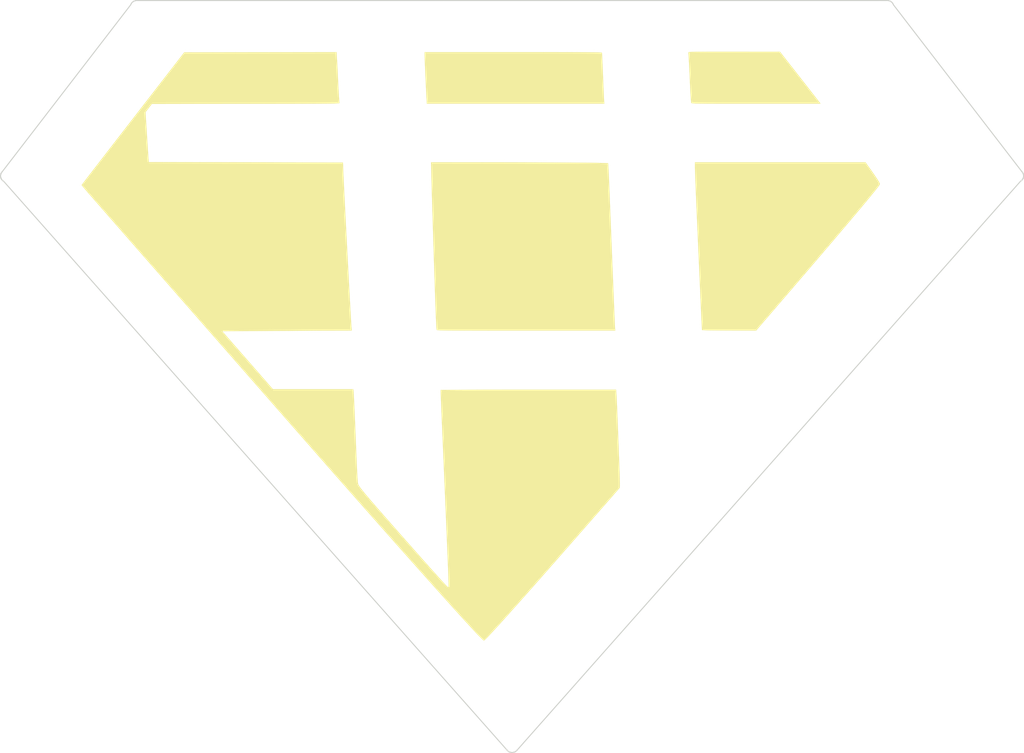
<source format=kicad_pcb>

(kicad_pcb (version 4) (host pcbnew 4.0.7)

	(general
		(links 0)
		(no_connects 0)
		(area 77.052499 41.877835 92.193313 53.630501)
		(thickness 1.6)
		(drawings 8)
		(tracks 0)
		(zones 0)
		(modules 1)
		(nets 1)
	)

	(page A4)
	(layers
		(0 F.Cu signal)
		(31 B.Cu signal)
		(32 B.Adhes user)
		(33 F.Adhes user)
		(34 B.Paste user)
		(35 F.Paste user)
		(36 B.SilkS user)
		(37 F.SilkS user)
		(38 B.Mask user)
		(39 F.Mask user)
		(40 Dwgs.User user)
		(41 Cmts.User user)
		(42 Eco1.User user)
		(43 Eco2.User user)
		(44 Edge.Cuts user)
		(45 Margin user)
		(46 B.CrtYd user)
		(47 F.CrtYd user)
		(48 B.Fab user)
		(49 F.Fab user)
	)

	(setup
		(last_trace_width 0.25)
		(trace_clearance 0.2)
		(zone_clearance 0.508)
		(zone_45_only no)
		(trace_min 0.2)
		(segment_width 0.2)
		(edge_width 0.15)
		(via_size 0.6)
		(via_drill 0.4)
		(via_min_size 0.4)
		(via_min_drill 0.3)
		(uvia_size 0.3)
		(uvia_drill 0.1)
		(uvias_allowed no)
		(uvia_min_size 0.2)
		(uvia_min_drill 0.1)
		(pcb_text_width 0.3)
		(pcb_text_size 1.5 1.5)
		(mod_edge_width 0.15)
		(mod_text_size 1 1)
		(mod_text_width 0.15)
		(pad_size 1.524 1.524)
		(pad_drill 0.762)
		(pad_to_mask_clearance 0.2)
		(aux_axis_origin 0 0)
		(visible_elements FFFFFF7F)
		(pcbplotparams
			(layerselection 0x010f0_80000001)
			(usegerberextensions false)
			(excludeedgelayer true)
			(linewidth 0.100000)
			(plotframeref false)
			(viasonmask false)
			(mode 1)
			(useauxorigin false)
			(hpglpennumber 1)
			(hpglpenspeed 20)
			(hpglpendiameter 15)
			(hpglpenoverlay 2)
			(psnegative false)
			(psa4output false)
			(plotreference true)
			(plotvalue true)
			(plotinvisibletext false)
			(padsonsilk false)
			(subtractmaskfromsilk false)
			(outputformat 1)
			(mirror false)
			(drillshape 1)
			(scaleselection 1)
			(outputdirectory gerbers/))
	)

	(net 0 "")

	(net_class Default "This is the default net class."
		(clearance 0.2)
		(trace_width 0.25)
		(via_dia 0.6)
		(via_drill 0.4)
		(uvia_dia 0.3)
		(uvia_drill 0.1)
	)
(module LOGO (layer F.Cu)
  (at 0 0)
 (fp_text reference "G***" (at 0 0) (layer F.SilkS) hide
  (effects (font (thickness 0.3)))
  )
  (fp_text value "LOGO" (at 0.75 0) (layer F.SilkS) hide
  (effects (font (thickness 0.3)))
  )
)
(module LOGO (layer F.Cu)
  (at 0 0)
 (fp_text reference "G***" (at 0 0) (layer F.SilkS) hide
  (effects (font (thickness 0.3)))
  )
  (fp_text value "LOGO" (at 0.75 0) (layer F.SilkS) hide
  (effects (font (thickness 0.3)))
  )
  (fp_poly (pts (xy 2.077797 23.050136) (xy 2.123608 23.092292) (xy 2.205722 23.190547) (xy 2.313044 23.330847) (xy 2.434475 23.499137) (xy 2.451283 23.523147) (xy 2.764733 23.972549) (xy 3.029271 23.687760)
     (xy 3.163150 23.546695) (xy 3.259692 23.465567) (xy 3.339520 23.442595) (xy 3.423257 23.476000) (xy 3.531527 23.564000) (xy 3.611667 23.637484) (xy 3.694858 23.721119) (xy 3.735156 23.792071)
     (xy 3.729042 23.867049) (xy 3.673000 23.962761) (xy 3.563510 24.095915) (xy 3.499998 24.167858) (xy 3.357560 24.325738) (xy 3.263517 24.435029) (xy 3.214862 24.514421) (xy 3.208588 24.582604)
     (xy 3.241687 24.658266) (xy 3.311153 24.760098) (xy 3.387366 24.867862) (xy 3.487372 25.008185) (xy 3.570841 25.117295) (xy 3.625561 25.179601) (xy 3.638437 25.188334) (xy 3.677931 25.158677)
     (xy 3.758070 25.079494) (xy 3.864310 24.965466) (xy 3.911050 24.913167) (xy 4.026970 24.788709) (xy 4.126955 24.693570) (xy 4.194864 24.642653) (xy 4.209023 24.638000) (xy 4.266618 24.665149)
     (xy 4.362487 24.735954) (xy 4.464007 24.824337) (xy 4.553155 24.908459) (xy 4.608156 24.974843) (xy 4.625434 25.037939) (xy 4.601409 25.112199) (xy 4.532504 25.212070) (xy 4.415140 25.352003)
     (xy 4.300877 25.483088) (xy 4.025354 25.799010) (xy 4.122164 25.927588) (xy 4.253614 26.106434) (xy 4.383613 26.290725) (xy 4.502638 26.466086) (xy 4.601165 26.618146) (xy 4.669671 26.732530)
     (xy 4.698634 26.794866) (xy 4.699000 26.798194) (xy 4.670688 26.871289) (xy 4.599565 26.972875) (xy 4.506348 27.079822) (xy 4.411755 27.169001) (xy 4.336505 27.217282) (xy 4.320881 27.220334)
     (xy 4.260166 27.184181) (xy 4.161782 27.078686) (xy 4.029585 26.908289) (xy 3.935005 26.775834) (xy 3.816660 26.608794) (xy 3.714919 26.470405) (xy 3.639701 26.373784) (xy 3.600924 26.332050)
     (xy 3.598927 26.331334) (xy 3.543290 26.362178) (xy 3.466182 26.437808) (xy 3.388303 26.532869) (xy 3.330351 26.622004) (xy 3.313026 26.679858) (xy 3.313430 26.681059) (xy 3.345598 26.737066)
     (xy 3.416605 26.846311) (xy 3.516044 26.993162) (xy 3.633505 27.161989) (xy 3.636530 27.166281) (xy 3.752452 27.336236) (xy 3.847604 27.486230) (xy 3.912333 27.600291) (xy 3.936981 27.662446)
     (xy 3.937000 27.663279) (xy 3.906804 27.752244) (xy 3.831255 27.861602) (xy 3.732913 27.966669) (xy 3.634341 28.042764) (xy 3.568674 28.066237) (xy 3.514934 28.048516) (xy 3.445481 27.988533)
     (xy 3.352180 27.877256) (xy 3.226895 27.705650) (xy 3.169040 27.622500) (xy 3.051257 27.455094) (xy 2.949253 27.316506) (xy 2.873085 27.219946) (xy 2.832811 27.178626) (xy 2.830684 27.178000)
     (xy 2.784689 27.208809) (xy 2.738643 27.263888) (xy 2.667095 27.354957) (xy 2.570317 27.464551) (xy 2.466100 27.574268) (xy 2.372236 27.665706) (xy 2.306515 27.720461) (xy 2.289630 27.728334)
     (xy 2.230831 27.699643) (xy 2.139013 27.627204) (xy 2.035391 27.531467) (xy 1.941180 27.432881) (xy 1.877595 27.351895) (xy 1.862667 27.316772) (xy 1.889556 27.258485) (xy 1.961824 27.155578)
     (xy 2.066876 27.025133) (xy 2.137834 26.943621) (xy 2.255722 26.807328) (xy 2.348366 26.691515) (xy 2.403310 26.612234) (xy 2.413000 26.589024) (xy 2.390138 26.535220) (xy 2.328964 26.431070)
     (xy 2.240599 26.294967) (xy 2.194174 26.227113) (xy 1.975348 25.912347) (xy 1.802591 26.111050) (xy 1.647047 26.286725) (xy 1.535357 26.404414) (xy 1.458811 26.472504) (xy 1.408698 26.499383)
     (xy 1.397979 26.500667) (xy 1.338372 26.472051) (xy 1.246029 26.399878) (xy 1.142380 26.304657) (xy 1.048854 26.206899) (xy 0.986880 26.127113) (xy 0.973667 26.094558) (xy 1.000301 26.041137)
     (xy 1.072332 25.940903) (xy 1.177951 25.809457) (xy 1.274440 25.697129) (xy 1.540236 25.395986) (xy 2.397093 25.395986) (xy 2.627296 25.735272) (xy 2.728320 25.880503) (xy 2.812681 25.994988)
     (xy 2.868819 26.063396) (xy 2.884151 26.075946) (xy 2.923454 26.046640) (xy 2.996487 25.969696) (xy 3.057975 25.897417) (xy 3.205148 25.717500) (xy 2.972187 25.385676) (xy 2.739227 25.053852)
     (xy 2.397093 25.395986) (xy 1.540236 25.395986) (xy 1.575213 25.356358) (xy 1.500562 25.240596) (xy 1.444134 25.156423) (xy 1.353400 25.024675) (xy 1.243160 24.866747) (xy 1.175335 24.770478)
     (xy 1.068138 24.616671) (xy 0.979620 24.485523) (xy 0.921285 24.394315) (xy 0.904829 24.364188) (xy 0.918224 24.298044) (xy 0.979064 24.201685) (xy 1.067895 24.096793) (xy 1.165265 24.005049)
     (xy 1.251720 23.948134) (xy 1.285870 23.939500) (xy 1.341892 23.961733) (xy 1.420165 24.033331) (xy 1.527366 24.161644) (xy 1.670170 24.354019) (xy 1.698898 24.394229) (xy 2.022382 24.848958)
     (xy 2.175684 24.661873) (xy 2.328987 24.474787) (xy 1.984388 23.982000) (xy 1.848614 23.786075) (xy 1.756140 23.645998) (xy 1.700688 23.548985) (xy 1.675982 23.482250) (xy 1.675747 23.433007)
     (xy 1.693357 23.389122) (xy 1.768685 23.279062) (xy 1.867094 23.173594) (xy 1.967823 23.091025) (xy 2.050111 23.049664) (xy 2.077797 23.050136) )(layer F.Mask) (width  0.010000)
  )
  (fp_poly (pts (xy 5.954266 20.884298) (xy 6.195770 20.929820) (xy 6.213348 20.934889) (xy 6.416603 21.018375) (xy 6.650131 21.151004) (xy 6.890315 21.316620) (xy 7.113537 21.499062) (xy 7.281996 21.666058)
     (xy 7.414915 21.833158) (xy 7.545349 22.026714) (xy 7.632872 22.181599) (xy 7.740469 22.479931) (xy 7.789462 22.804142) (xy 7.778155 23.126665) (xy 7.708530 23.410334) (xy 7.566210 23.682226)
     (xy 7.361505 23.932027) (xy 7.116618 24.134092) (xy 7.042734 24.179267) (xy 6.922973 24.256439) (xy 6.840694 24.327784) (xy 6.815667 24.370706) (xy 6.787968 24.440019) (xy 6.716884 24.543528)
     (xy 6.620434 24.660833) (xy 6.516635 24.771534) (xy 6.423507 24.855231) (xy 6.359068 24.891522) (xy 6.355441 24.891767) (xy 6.311330 24.864604) (xy 6.209750 24.786608) (xy 6.056786 24.662885)
     (xy 5.858524 24.498542) (xy 5.621050 24.298684) (xy 5.350451 24.068417) (xy 5.052812 23.812847) (xy 4.734218 23.537080) (xy 4.561417 23.386634) (xy 4.235751 23.101490) (xy 3.930157 22.831895)
     (xy 3.766504 22.686340) (xy 5.043280 22.686340) (xy 5.078445 22.726874) (xy 5.165699 22.810831) (xy 5.292996 22.927693) (xy 5.448291 23.066941) (xy 5.619538 23.218057) (xy 5.794692 23.370522)
     (xy 5.961708 23.513820) (xy 6.108540 23.637430) (xy 6.223142 23.730836) (xy 6.293470 23.783519) (xy 6.308714 23.791334) (xy 6.356793 23.768240) (xy 6.446834 23.709530) (xy 6.502399 23.669785)
     (xy 6.733848 23.469484) (xy 6.902973 23.258848) (xy 7.002562 23.048576) (xy 7.027334 22.890838) (xy 6.990488 22.713902) (xy 6.888865 22.517697) (xy 6.735839 22.315529) (xy 6.544781 22.120705)
     (xy 6.329063 21.946530) (xy 6.102059 21.806313) (xy 5.877141 21.713359) (xy 5.831773 21.701173) (xy 5.662639 21.701533) (xy 5.494667 21.775666) (xy 5.339061 21.913272) (xy 5.207025 22.104056)
     (xy 5.109762 22.337718) (xy 5.099231 22.374475) (xy 5.064415 22.518390) (xy 5.044480 22.631930) (xy 5.043280 22.686340) (xy 3.766504 22.686340) (xy 3.650473 22.583141) (xy 3.402541 22.360519)
     (xy 3.192201 22.169322) (xy 3.025292 22.014839) (xy 2.907655 21.902363) (xy 2.845130 21.837185) (xy 2.836334 21.823645) (xy 2.865203 21.751684) (xy 2.939456 21.646500) (xy 3.040563 21.528180)
     (xy 3.149990 21.416812) (xy 3.249208 21.332484) (xy 3.319685 21.295285) (xy 3.324073 21.294934) (xy 3.386445 21.321682) (xy 3.499627 21.397237) (xy 3.652107 21.513092) (xy 3.832375 21.660741)
     (xy 3.916740 21.732903) (xy 4.423834 22.172139) (xy 4.477649 21.936292) (xy 4.584779 21.638592) (xy 4.757651 21.364573) (xy 4.981042 21.133230) (xy 5.239732 20.963558) (xy 5.267733 20.950361)
     (xy 5.459471 20.895072) (xy 5.698574 20.872883) (xy 5.954266 20.884298) )(layer F.Mask) (width  0.010000)
  )
  (fp_poly (pts (xy 8.407214 18.317835) (xy 8.545955 18.383250) (xy 8.642865 18.445589) (xy 8.784485 18.550366) (xy 8.961152 18.689219) (xy 9.163203 18.853789) (xy 9.380973 19.035717) (xy 9.604800 19.226642)
     (xy 9.825020 19.418204) (xy 10.031969 19.602044) (xy 10.215984 19.769801) (xy 10.367402 19.913116) (xy 10.476558 20.023628) (xy 10.533791 20.092978) (xy 10.540033 20.108334) (xy 10.513363 20.168916)
     (xy 10.443065 20.271052) (xy 10.343344 20.394460) (xy 10.324416 20.416175) (xy 10.202381 20.546898) (xy 10.113085 20.620475) (xy 10.040098 20.648686) (xy 9.999725 20.649009) (xy 9.925308 20.652556)
     (xy 9.883810 20.698424) (xy 9.856502 20.796423) (xy 9.815914 20.931001) (xy 9.752228 21.088716) (xy 9.719887 21.156256) (xy 9.535320 21.443894) (xy 9.311074 21.672074) (xy 9.057173 21.835867)
     (xy 8.783642 21.930346) (xy 8.500507 21.950582) (xy 8.221343 21.892916) (xy 7.938805 21.754640) (xy 7.706891 21.554595) (xy 7.543139 21.332530) (xy 7.470378 21.206632) (xy 7.429706 21.105506)
     (xy 7.413478 20.996159) (xy 7.414051 20.845598) (xy 7.416433 20.785667) (xy 7.430762 20.685164) (xy 8.207418 20.685164) (xy 8.240883 20.861780) (xy 8.334381 21.001245) (xy 8.410400 21.056031)
     (xy 8.556961 21.112722) (xy 8.687308 21.104257) (xy 8.823997 21.026544) (xy 8.892944 20.968471) (xy 9.078561 20.760035) (xy 9.200801 20.519432) (xy 9.262042 20.284607) (xy 9.302327 20.062963)
     (xy 9.066547 19.852815) (xy 8.949677 19.751509) (xy 8.857588 19.676981) (xy 8.807812 19.643320) (xy 8.805048 19.642667) (xy 8.770606 19.674751) (xy 8.701252 19.759490) (xy 8.609811 19.879615)
     (xy 8.509111 20.017858) (xy 8.411979 20.156950) (xy 8.331241 20.279623) (xy 8.327570 20.285488) (xy 8.235731 20.487649) (xy 8.207418 20.685164) (xy 7.430762 20.685164) (xy 7.457280 20.499184)
     (xy 7.558284 20.203062) (xy 7.723916 19.887319) (xy 7.958642 19.541973) (xy 7.994376 19.494500) (xy 8.110575 19.338925) (xy 8.180343 19.235487) (xy 8.210307 19.170345) (xy 8.207093 19.129658)
     (xy 8.181852 19.102917) (xy 8.049062 19.053016) (xy 7.889548 19.081125) (xy 7.707551 19.186453) (xy 7.698961 19.192949) (xy 7.548417 19.325823) (xy 7.409566 19.490283) (xy 7.271247 19.701850)
     (xy 7.122299 19.976046) (xy 7.090834 20.038598) (xy 7.010338 20.191567) (xy 6.938519 20.312538) (xy 6.886574 20.383269) (xy 6.872781 20.393811) (xy 6.817033 20.375842) (xy 6.720277 20.314616)
     (xy 6.602283 20.225820) (xy 6.482823 20.125138) (xy 6.381668 20.028259) (xy 6.322658 19.957342) (xy 6.300647 19.910942) (xy 6.300966 19.856433) (xy 6.329326 19.777722) (xy 6.391437 19.658713)
     (xy 6.487571 19.492540) (xy 6.665463 19.222838) (xy 6.872511 18.961629) (xy 7.093652 18.724614) (xy 7.313823 18.527494) (xy 7.517958 18.385971) (xy 7.580181 18.353705) (xy 7.862056 18.259511)
     (xy 8.134159 18.247445) (xy 8.407214 18.317835) )(layer F.Mask) (width  0.010000)
  )
  (fp_poly (pts (xy 9.487099 14.316196) (xy 9.522196 14.337887) (xy 9.574924 14.379209) (xy 9.683608 14.469688) (xy 9.840557 14.602648) (xy 10.038077 14.771411) (xy 10.268477 14.969302) (xy 10.524064 15.189644)
     (xy 10.797146 15.425762) (xy 11.080031 15.670978) (xy 11.365025 15.918617) (xy 11.644438 16.162003) (xy 11.910576 16.394459) (xy 12.155748 16.609309) (xy 12.372261 16.799877) (xy 12.552422 16.959486)
     (xy 12.688539 17.081461) (xy 12.772921 17.159124) (xy 12.774084 17.160233) (xy 12.870624 17.256993) (xy 12.935926 17.331275) (xy 12.954000 17.361308) (xy 12.928465 17.405234) (xy 12.860684 17.495677)
     (xy 12.763898 17.615203) (xy 12.735671 17.648828) (xy 12.598278 17.799027) (xy 12.493230 17.881669) (xy 12.409902 17.902152) (xy 12.337670 17.865873) (xy 12.327467 17.856200) (xy 12.293151 17.839516)
     (xy 12.278492 17.889245) (xy 12.276633 17.951450) (xy 12.240103 18.160491) (xy 12.140147 18.384822) (xy 11.991080 18.606199) (xy 11.807218 18.806377) (xy 11.602878 18.967113) (xy 11.401047 19.067271)
     (xy 11.136993 19.122113) (xy 10.843091 19.125769) (xy 10.556365 19.078980) (xy 10.457812 19.048421) (xy 10.143490 18.901025) (xy 9.829501 18.692113) (xy 9.540577 18.441247) (xy 9.301454 18.167986)
     (xy 9.247630 18.091389) (xy 9.069323 17.756480) (xy 8.967727 17.412814) (xy 8.942914 17.092668) (xy 9.736667 17.092668) (xy 9.775171 17.307163) (xy 9.882276 17.531879) (xy 10.045376 17.753092)
     (xy 10.251863 17.957080) (xy 10.489127 18.130118) (xy 10.744563 18.258482) (xy 10.837334 18.290746) (xy 10.939475 18.319180) (xy 11.007679 18.321603) (xy 11.088867 18.297114) (xy 11.120328 18.285307)
     (xy 11.309629 18.171908) (xy 11.472405 17.994423) (xy 11.595131 17.772430) (xy 11.664284 17.525507) (xy 11.668776 17.491355) (xy 11.691209 17.293167) (xy 11.071011 16.753757) (xy 10.450812 16.214348)
     (xy 10.327144 16.278299) (xy 10.103491 16.427958) (xy 9.922693 16.616353) (xy 9.797122 16.826421) (xy 9.739149 17.041100) (xy 9.736667 17.092668) (xy 8.942914 17.092668) (xy 8.941173 17.070216)
     (xy 8.987991 16.738514) (xy 9.106512 16.427534) (xy 9.295068 16.147103) (xy 9.551988 15.907047) (xy 9.627701 15.853834) (xy 9.734195 15.778569) (xy 9.804236 15.719993) (xy 9.820403 15.698170)
     (xy 9.790592 15.661426) (xy 9.708120 15.580289) (xy 9.584496 15.465597) (xy 9.431228 15.328192) (xy 9.376834 15.280349) (xy 9.215809 15.135558) (xy 9.080792 15.006886) (xy 8.983434 14.905997)
     (xy 8.935391 14.844561) (xy 8.932334 14.835337) (xy 8.958705 14.777036) (xy 9.026596 14.678370) (xy 9.119170 14.560319) (xy 9.219593 14.443863) (xy 9.311028 14.349980) (xy 9.346292 14.319478)
     (xy 9.410527 14.290618) (xy 9.487099 14.316196) )(layer F.Mask) (width  0.010000)
  )
  (fp_poly (pts (xy 12.833513 12.388309) (xy 12.934812 12.464346) (xy 13.082236 12.582107) (xy 13.267272 12.734257) (xy 13.481407 12.913459) (xy 13.716129 13.112379) (xy 13.962925 13.323679) (xy 14.213282 13.540023)
     (xy 14.458689 13.754077) (xy 14.690632 13.958503) (xy 14.900599 14.145965) (xy 15.080078 14.309129) (xy 15.220556 14.440656) (xy 15.313520 14.533213) (xy 15.335642 14.557855) (xy 15.551908 14.866617)
     (xy 15.683598 15.177028) (xy 15.730801 15.489992) (xy 15.693605 15.806411) (xy 15.572099 16.127191) (xy 15.501215 16.254767) (xy 15.383290 16.426329) (xy 15.232902 16.610628) (xy 15.062752 16.795621)
     (xy 14.885542 16.969267) (xy 14.713975 17.119523) (xy 14.560753 17.234347) (xy 14.438577 17.301698) (xy 14.383573 17.314334) (xy 14.325803 17.287692) (xy 14.226255 17.217282) (xy 14.104791 17.117376)
     (xy 14.084284 17.099281) (xy 13.968041 16.986040) (xy 13.882490 16.884336) (xy 13.843771 16.813732) (xy 13.843000 16.806851) (xy 13.880435 16.741428) (xy 13.990159 16.642426) (xy 14.168298 16.513252)
     (xy 14.204156 16.489169) (xy 14.502356 16.264584) (xy 14.724377 16.039783) (xy 14.868873 15.817814) (xy 14.934498 15.601722) (xy 14.919907 15.394554) (xy 14.823754 15.199359) (xy 14.791749 15.158596)
     (xy 14.696073 15.059670) (xy 14.636070 15.035267) (xy 14.608108 15.084921) (xy 14.605000 15.134628) (xy 14.570755 15.303334) (xy 14.477521 15.497351) (xy 14.339545 15.699508) (xy 14.171079 15.892639)
     (xy 13.986372 16.059574) (xy 13.799673 16.183144) (xy 13.697876 16.227578) (xy 13.381482 16.294901) (xy 13.060810 16.282199) (xy 12.731601 16.188646) (xy 12.389597 16.013416) (xy 12.301996 15.957016)
     (xy 11.982415 15.712805) (xy 11.733453 15.450849) (xy 11.541093 15.155692) (xy 11.498172 15.070667) (xy 11.436384 14.933947) (xy 11.397589 14.818812) (xy 11.376529 14.697364) (xy 11.367947 14.541707)
     (xy 11.366533 14.372167) (xy 11.366903 14.339936) (xy 12.137697 14.339936) (xy 12.166426 14.533895) (xy 12.268998 14.755009) (xy 12.434614 14.976283) (xy 12.643902 15.178485) (xy 12.877490 15.342385)
     (xy 13.073960 15.434849) (xy 13.209914 15.478045) (xy 13.307702 15.487582) (xy 13.406789 15.463596) (xy 13.475920 15.436256) (xy 13.659721 15.315762) (xy 13.817340 15.124549) (xy 13.940642 14.874617)
     (xy 14.006116 14.654030) (xy 14.044476 14.483303) (xy 13.451938 13.965700) (xy 12.859399 13.448096) (xy 12.726783 13.520730) (xy 12.476561 13.691950) (xy 12.291651 13.891563) (xy 12.177036 14.110561)
     (xy 12.137697 14.339936) (xy 11.366903 14.339936) (xy 11.368864 14.169165) (xy 11.378956 14.025128) (xy 11.401509 13.914411) (xy 11.441228 13.811368) (xy 11.485598 13.722764) (xy 11.657243 13.455636)
     (xy 11.865200 13.226213) (xy 12.089431 13.055963) (xy 12.128440 13.034071) (xy 12.237535 12.965893) (xy 12.306490 12.902993) (xy 12.319000 12.876158) (xy 12.347279 12.807059) (xy 12.419828 12.704245)
     (xy 12.518215 12.587998) (xy 12.624010 12.478599) (xy 12.718780 12.396331) (xy 12.784096 12.361475) (xy 12.786850 12.361334) (xy 12.833513 12.388309) )(layer F.Mask) (width  0.010000)
  )
  (fp_poly (pts (xy 15.484493 10.016818) (xy 15.635327 10.035826) (xy 15.767801 10.074937) (xy 15.875000 10.121150) (xy 16.022879 10.202207) (xy 16.183688 10.308856) (xy 16.341314 10.427934) (xy 16.479645 10.546278)
     (xy 16.582569 10.650725) (xy 16.633973 10.728112) (xy 16.636943 10.743627) (xy 16.610059 10.794104) (xy 16.534402 10.898592) (xy 16.417414 11.047791) (xy 16.266537 11.232403) (xy 16.089216 11.443127)
     (xy 15.918178 11.641667) (xy 15.724907 11.865772) (xy 15.552301 12.069985) (xy 15.407596 12.245409) (xy 15.298029 12.383150) (xy 15.230835 12.474311) (xy 15.212550 12.509112) (xy 15.273460 12.580788)
     (xy 15.394729 12.644330) (xy 15.552059 12.690233) (xy 15.721152 12.708990) (xy 15.723504 12.709015) (xy 15.983623 12.669801) (xy 16.228697 12.549269) (xy 16.453062 12.350247) (xy 16.461601 12.340608)
     (xy 16.570577 12.204780) (xy 16.658384 12.063420) (xy 16.733147 11.897949) (xy 16.802988 11.689782) (xy 16.876034 11.420339) (xy 16.892124 11.355917) (xy 16.934271 11.239338) (xy 16.994036 11.184714)
     (xy 17.080639 11.192817) (xy 17.203297 11.264418) (xy 17.365762 11.395546) (xy 17.492505 11.508225) (xy 17.565992 11.586559) (xy 17.598297 11.650055) (xy 17.601497 11.718224) (xy 17.595035 11.765963)
     (xy 17.565427 11.871567) (xy 17.506834 12.025487) (xy 17.429745 12.201139) (xy 17.393552 12.276667) (xy 17.203655 12.595525) (xy 16.965862 12.890195) (xy 16.697654 13.142555) (xy 16.416514 13.334487)
     (xy 16.330703 13.378305) (xy 15.994107 13.493724) (xy 15.651192 13.531667) (xy 15.317201 13.490636) (xy 15.282334 13.481425) (xy 14.991645 13.366494) (xy 14.694597 13.189540) (xy 14.413740 12.968119)
     (xy 14.171626 12.719786) (xy 14.005163 12.487230) (xy 13.848255 12.141920) (xy 13.773053 11.788009) (xy 13.776135 11.582927) (xy 14.496641 11.582927) (xy 14.537292 11.782312) (xy 14.593583 11.911513)
     (xy 14.641452 11.989775) (xy 14.680353 11.998790) (xy 14.707669 11.975013) (xy 14.752795 11.924111) (xy 14.842651 11.821909) (xy 14.966287 11.680893) (xy 15.112752 11.513544) (xy 15.199290 11.414551)
     (xy 15.364052 11.224854) (xy 15.479002 11.088060) (xy 15.550714 10.993919) (xy 15.585764 10.932178) (xy 15.590729 10.892586) (xy 15.572186 10.864890) (xy 15.558742 10.854173) (xy 15.418819 10.790179)
     (xy 15.244239 10.760383) (xy 15.081528 10.772449) (xy 14.964671 10.831663) (xy 14.829948 10.943973) (xy 14.697867 11.087003) (xy 14.588936 11.238377) (xy 14.523664 11.375720) (xy 14.521446 11.383537)
     (xy 14.496641 11.582927) (xy 13.776135 11.582927) (xy 13.778371 11.434141) (xy 13.863024 11.088958) (xy 14.025825 10.761103) (xy 14.265589 10.459220) (xy 14.286297 10.438211) (xy 14.505055 10.242909)
     (xy 14.713777 10.114055) (xy 14.937379 10.040984) (xy 15.200778 10.013030) (xy 15.282334 10.011834) (xy 15.484493 10.016818) )(layer F.Mask) (width  0.010000)
  )
  (fp_poly (pts (xy 17.221157 5.744207) (xy 17.325767 5.822111) (xy 17.478007 5.943825) (xy 17.670549 6.102911) (xy 17.896068 6.292930) (xy 18.147235 6.507446) (xy 18.416725 6.740019) (xy 18.697209 6.984211)
     (xy 18.981362 7.233585) (xy 19.261855 7.481702) (xy 19.531362 7.722125) (xy 19.782557 7.948414) (xy 20.008111 8.154133) (xy 20.200698 8.332843) (xy 20.352991 8.478105) (xy 20.457664 8.583482)
     (xy 20.507388 8.642536) (xy 20.510500 8.650469) (xy 20.483822 8.718859) (xy 20.415273 8.826058) (xy 20.322086 8.950252) (xy 20.221490 9.069624) (xy 20.130716 9.162357) (xy 20.072945 9.204473)
     (xy 20.044291 9.213789) (xy 20.012146 9.212174) (xy 19.968325 9.193535) (xy 19.904640 9.151776) (xy 19.812906 9.080803) (xy 19.684935 8.974521) (xy 19.512540 8.826837) (xy 19.287536 8.631655)
     (xy 19.193179 8.549546) (xy 18.987268 8.371388) (xy 18.802564 8.213638) (xy 18.648621 8.084288) (xy 18.534993 7.991330) (xy 18.471234 7.942754) (xy 18.461455 7.937500) (xy 18.423978 7.967461)
     (xy 18.343034 8.049052) (xy 18.230507 8.169839) (xy 18.098282 8.317386) (xy 18.097301 8.318500) (xy 17.931043 8.507195) (xy 17.752310 8.709905) (xy 17.586861 8.897426) (xy 17.497930 8.998141)
     (xy 17.234103 9.296782) (xy 17.993885 9.962101) (xy 18.207116 10.151178) (xy 18.397230 10.324275) (xy 18.555386 10.472969) (xy 18.672743 10.588837) (xy 18.740459 10.663458) (xy 18.753667 10.685871)
     (xy 18.726336 10.751522) (xy 18.655557 10.854131) (xy 18.558148 10.974550) (xy 18.450928 11.093627) (xy 18.350716 11.192215) (xy 18.274331 11.251164) (xy 18.249588 11.259794) (xy 18.204850 11.232533)
     (xy 18.103214 11.154794) (xy 17.951287 11.032097) (xy 17.755675 10.869962) (xy 17.522983 10.673908) (xy 17.259819 10.449457) (xy 16.972786 10.202128) (xy 16.700500 9.965396) (xy 16.309498 9.624178)
     (xy 15.977437 9.334428) (xy 15.699676 9.091704) (xy 15.471573 8.891567) (xy 15.288488 8.729576) (xy 15.145777 8.601291) (xy 15.038801 8.502271) (xy 14.962918 8.428075) (xy 14.913486 8.374263)
     (xy 14.885864 8.336394) (xy 14.875411 8.310029) (xy 14.877484 8.290726) (xy 14.887444 8.274045) (xy 14.900648 8.255545) (xy 14.905191 8.247791) (xy 14.969545 8.152638) (xy 15.065811 8.037724)
     (xy 15.175785 7.921595) (xy 15.281261 7.822797) (xy 15.364035 7.759876) (xy 15.396780 7.747000) (xy 15.446909 7.773718) (xy 15.548752 7.847875) (xy 15.690907 7.960471) (xy 15.861973 8.102509)
     (xy 16.027036 8.244417) (xy 16.212198 8.405169) (xy 16.375862 8.545539) (xy 16.507210 8.656387) (xy 16.595421 8.728570) (xy 16.628865 8.752883) (xy 16.665625 8.726116) (xy 16.746448 8.645585)
     (xy 16.861389 8.522728) (xy 17.000504 8.368987) (xy 17.153849 8.195803) (xy 17.311479 8.014615) (xy 17.463450 7.836863) (xy 17.599819 7.673990) (xy 17.710640 7.537433) (xy 17.785971 7.438635)
     (xy 17.815866 7.389036) (xy 17.815967 7.387167) (xy 17.783575 7.344772) (xy 17.699065 7.259429) (xy 17.574813 7.143045) (xy 17.423195 7.007525) (xy 17.403642 6.990449) (xy 17.162150 6.779785)
     (xy 16.977625 6.617109) (xy 16.843163 6.494829) (xy 16.751861 6.405355) (xy 16.696816 6.341095) (xy 16.671124 6.294457) (xy 16.667883 6.257850) (xy 16.680188 6.223682) (xy 16.689829 6.205481)
     (xy 16.767009 6.088851) (xy 16.871006 5.963258) (xy 16.983599 5.847196) (xy 17.086565 5.759161) (xy 17.161686 5.717649) (xy 17.171504 5.716551) (xy 17.221157 5.744207) )(layer F.Mask) (width  0.010000)
  )
  (fp_poly (pts (xy 20.587367 4.078657) (xy 20.706769 4.107919) (xy 20.834315 4.162399) (xy 20.978794 4.247354) (xy 21.148991 4.368039) (xy 21.353696 4.529710) (xy 21.601694 4.737625) (xy 21.901773 4.997038)
     (xy 21.949834 5.038981) (xy 22.182675 5.242975) (xy 22.394962 5.430145) (xy 22.578203 5.592907) (xy 22.723903 5.723678) (xy 22.823570 5.814875) (xy 22.868708 5.858914) (xy 22.869935 5.860489)
     (xy 22.895117 5.914479) (xy 22.887385 5.974066) (xy 22.838937 6.055153) (xy 22.741968 6.173647) (xy 22.684015 6.239380) (xy 22.561982 6.369019) (xy 22.474285 6.441321) (xy 22.405374 6.467358)
     (xy 22.366564 6.465377) (xy 22.300344 6.464575) (xy 22.258437 6.507507) (xy 22.222395 6.613705) (xy 22.220758 6.619754) (xy 22.108622 6.919134) (xy 21.945442 7.196332) (xy 21.745400 7.432266)
     (xy 21.522673 7.607853) (xy 21.461035 7.642163) (xy 21.246855 7.721816) (xy 21.007298 7.765682) (xy 20.779450 7.768641) (xy 20.672721 7.751017) (xy 20.486155 7.678993) (xy 20.287558 7.564355)
     (xy 20.114634 7.430604) (xy 20.047272 7.361178) (xy 19.895652 7.153394) (xy 19.808464 6.955363) (xy 19.775292 6.737256) (xy 19.776861 6.586699) (xy 19.799496 6.411363) (xy 20.577778 6.411363)
     (xy 20.583071 6.604934) (xy 20.657412 6.771947) (xy 20.697744 6.818923) (xy 20.837091 6.919857) (xy 20.978971 6.940902) (xy 21.131320 6.881602) (xy 21.253952 6.787098) (xy 21.405218 6.629072)
     (xy 21.511777 6.458887) (xy 21.590492 6.246589) (xy 21.619141 6.138334) (xy 21.675903 5.905500) (xy 21.431868 5.683327) (xy 21.313363 5.578308) (xy 21.219048 5.500049) (xy 21.165893 5.462492)
     (xy 21.161371 5.461077) (xy 21.126362 5.493902) (xy 21.058094 5.580863) (xy 20.968602 5.704559) (xy 20.869916 5.847591) (xy 20.774070 5.992559) (xy 20.693097 6.122064) (xy 20.643240 6.210315)
     (xy 20.577778 6.411363) (xy 19.799496 6.411363) (xy 19.806404 6.357859) (xy 19.874861 6.128184) (xy 19.988726 5.883231) (xy 20.154497 5.608553) (xy 20.330691 5.355167) (xy 20.607470 4.974167)
     (xy 20.487768 4.914927) (xy 20.382599 4.878406) (xy 20.282408 4.892635) (xy 20.237883 4.909611) (xy 20.095260 4.999556) (xy 19.934498 5.151626) (xy 19.769257 5.349477) (xy 19.613194 5.576765)
     (xy 19.480636 5.815772) (xy 19.397028 5.977157) (xy 19.319575 6.108164) (xy 19.259533 6.190597) (xy 19.237515 6.208837) (xy 19.170864 6.195424) (xy 19.069000 6.133478) (xy 18.950678 6.039703)
     (xy 18.834656 5.930804) (xy 18.739687 5.823484) (xy 18.684529 5.734448) (xy 18.678089 5.710610) (xy 18.696542 5.613811) (xy 18.761459 5.469097) (xy 18.862979 5.291768) (xy 18.991245 5.097125)
     (xy 19.136397 4.900467) (xy 19.288576 4.717095) (xy 19.384362 4.614528) (xy 19.619480 4.394223) (xy 19.830098 4.238806) (xy 20.032579 4.139014) (xy 20.243287 4.085582) (xy 20.337848 4.074763)
     (xy 20.467322 4.069357) (xy 20.587367 4.078657) )(layer F.Mask) (width  0.010000)
  )
  (fp_poly (pts (xy 23.136501 1.272710) (xy 23.347844 1.329972) (xy 23.645589 1.472484) (xy 23.947566 1.672095) (xy 24.231577 1.910316) (xy 24.475426 2.168657) (xy 24.648005 2.413000) (xy 24.798050 2.747760)
     (xy 24.870867 3.090469) (xy 24.868949 3.430264) (xy 24.794786 3.756284) (xy 24.650870 4.057666) (xy 24.439692 4.323549) (xy 24.163744 4.543070) (xy 24.158721 4.546205) (xy 23.950837 4.675433)
     (xy 24.240793 4.930633) (xy 24.395458 5.067448) (xy 24.548738 5.204183) (xy 24.673197 5.316337) (xy 24.698480 5.339390) (xy 24.866211 5.492946) (xy 24.791178 5.607461) (xy 24.688140 5.747928)
     (xy 24.573149 5.879066) (xy 24.463336 5.983743) (xy 24.375832 6.044822) (xy 24.345059 6.053667) (xy 24.300293 6.026564) (xy 24.198152 5.948706) (xy 24.044822 5.825264) (xy 23.846492 5.661413)
     (xy 23.609348 5.462325) (xy 23.339579 5.233174) (xy 23.043373 4.979134) (xy 22.726917 4.705376) (xy 22.593151 4.588984) (xy 22.167600 4.216666) (xy 21.806118 3.897321) (xy 21.507573 3.629909)
     (xy 21.270836 3.413388) (xy 21.094776 3.246717) (xy 20.978263 3.128855) (xy 20.920167 3.058761) (xy 20.912667 3.040991) (xy 20.925363 3.005996) (xy 22.168929 3.005996) (xy 22.177137 3.059405)
     (xy 22.203521 3.114571) (xy 22.256503 3.181497) (xy 22.344505 3.270186) (xy 22.475948 3.390641) (xy 22.659254 3.552865) (xy 22.749628 3.632256) (xy 22.937853 3.795786) (xy 23.105328 3.937995)
     (xy 23.241373 4.050078) (xy 23.335304 4.123231) (xy 23.376147 4.148667) (xy 23.438120 4.130506) (xy 23.528852 4.088562) (xy 23.647971 4.005539) (xy 23.783030 3.881685) (xy 23.910717 3.741755)
     (xy 24.007720 3.610509) (xy 24.042874 3.542661) (xy 24.088087 3.307339) (xy 24.049967 3.067325) (xy 23.929514 2.825459) (xy 23.727727 2.584583) (xy 23.694601 2.552570) (xy 23.424856 2.326012)
     (xy 23.177209 2.177948) (xy 22.947794 2.106283) (xy 22.855958 2.098462) (xy 22.729049 2.103750) (xy 22.635833 2.134504) (xy 22.540831 2.206265) (xy 22.481450 2.262499) (xy 22.301106 2.494825)
     (xy 22.196048 2.762850) (xy 22.170476 2.944339) (xy 22.168929 3.005996) (xy 20.925363 3.005996) (xy 20.940143 2.965261) (xy 21.010849 2.856234) (xy 21.107197 2.734448) (xy 21.211602 2.620438)
     (xy 21.306479 2.534740) (xy 21.374240 2.497890) (xy 21.377941 2.497667) (xy 21.465965 2.523839) (xy 21.491035 2.542635) (xy 21.524972 2.545174) (xy 21.552606 2.472263) (xy 21.564907 2.406850)
     (xy 21.654248 2.102575) (xy 21.814771 1.818106) (xy 22.033004 1.571826) (xy 22.295474 1.382117) (xy 22.329134 1.364114) (xy 22.571246 1.280187) (xy 22.850295 1.249386) (xy 23.136501 1.272710) )(layer F.Mask) (width  0.010000)
  )
  (fp_poly (pts (xy 25.463274 -1.499337) (xy 25.602276 -1.484237) (xy 25.727705 -1.448770) (xy 25.875064 -1.384680) (xy 25.960891 -1.342869) (xy 26.185394 -1.211025) (xy 26.422112 -1.036717) (xy 26.651306 -0.837725)
     (xy 26.853236 -0.631832) (xy 27.008165 -0.436815) (xy 27.059545 -0.353208) (xy 27.212897 0.004247) (xy 27.287185 0.359764) (xy 27.281789 0.706055) (xy 27.196091 1.035828) (xy 27.180741 1.073105)
     (xy 27.098575 1.218986) (xy 26.975277 1.384846) (xy 26.829788 1.549952) (xy 26.681049 1.693572) (xy 26.548001 1.794974) (xy 26.496517 1.822052) (xy 26.413678 1.866306) (xy 26.382119 1.903558)
     (xy 26.382655 1.905805) (xy 26.417064 1.944136) (xy 26.502974 2.027360) (xy 26.628479 2.144265) (xy 26.781673 2.283637) (xy 26.828750 2.325915) (xy 26.986631 2.469747) (xy 27.118830 2.594855)
     (xy 27.213810 2.689961) (xy 27.260030 2.743785) (xy 27.262667 2.750067) (xy 27.235026 2.808346) (xy 27.163569 2.904355) (xy 27.065489 3.019326) (xy 26.957985 3.134493) (xy 26.858250 3.231087)
     (xy 26.783481 3.290342) (xy 26.758588 3.300215) (xy 26.714595 3.272747) (xy 26.613251 3.194510) (xy 26.460735 3.070698) (xy 26.263230 2.906506) (xy 26.026916 2.707127) (xy 25.757974 2.477757)
     (xy 25.462585 2.223591) (xy 25.146931 1.949821) (xy 25.019000 1.838277) (xy 24.662550 1.525636) (xy 24.338579 1.238719) (xy 24.051662 0.981720) (xy 23.806371 0.758830) (xy 23.607282 0.574244)
     (xy 23.458968 0.432155) (xy 23.366002 0.336754) (xy 23.359438 0.327981) (xy 24.544221 0.327981) (xy 25.152027 0.861014) (xy 25.343148 1.027238) (xy 25.513132 1.172455) (xy 25.651585 1.287999)
     (xy 25.748113 1.365202) (xy 25.792318 1.395396) (xy 25.793073 1.395523) (xy 25.849155 1.376214) (xy 25.938514 1.327557) (xy 25.941240 1.325876) (xy 26.170666 1.151274) (xy 26.346821 0.949835)
     (xy 26.459811 0.735826) (xy 26.499746 0.523518) (xy 26.499737 0.520270) (xy 26.467212 0.313561) (xy 26.368288 0.107324) (xy 26.197288 -0.108416) (xy 26.069634 -0.235509) (xy 25.799497 -0.459506)
     (xy 25.553675 -0.603482) (xy 25.330444 -0.667980) (xy 25.128080 -0.653543) (xy 24.973118 -0.580918) (xy 24.854064 -0.465592) (xy 24.738587 -0.294149) (xy 24.641898 -0.094334) (xy 24.579206 0.106104)
     (xy 24.570575 0.153407) (xy 24.544221 0.327981) (xy 23.359438 0.327981) (xy 23.333014 0.292665) (xy 23.354803 0.206839) (xy 23.435625 0.077807) (xy 23.519486 -0.027240) (xy 23.631486 -0.151774)
     (xy 23.712166 -0.220554) (xy 23.780026 -0.246281) (xy 23.836082 -0.244615) (xy 23.915185 -0.242483) (xy 23.954949 -0.281976) (xy 23.977465 -0.378356) (xy 24.062991 -0.659777) (xy 24.216375 -0.932578)
     (xy 24.421800 -1.175215) (xy 24.663449 -1.366147) (xy 24.731494 -1.405319) (xy 24.845462 -1.456456) (xy 24.967188 -1.486281) (xy 25.124876 -1.499828) (xy 25.275196 -1.502325) (xy 25.463274 -1.499337) )(layer F.Mask) (width  0.010000)
  )
  (fp_poly (pts (xy 27.704941 -4.644120) (xy 27.768112 -4.577296) (xy 27.842975 -4.469470) (xy 27.933046 -4.315937) (xy 28.041841 -4.111993) (xy 28.172877 -3.852931) (xy 28.329668 -3.534047) (xy 28.515730 -3.150636)
     (xy 28.734579 -2.697992) (xy 28.831519 -2.497666) (xy 29.025455 -2.096334) (xy 29.207873 -1.717212) (xy 29.375488 -1.367240) (xy 29.525014 -1.053356) (xy 29.653166 -0.782497) (xy 29.756657 -0.561603)
     (xy 29.832203 -0.397611) (xy 29.876517 -0.297460) (xy 29.887289 -0.268203) (xy 29.859467 -0.205934) (xy 29.787382 -0.106403) (xy 29.688208 0.011504) (xy 29.579116 0.128903) (xy 29.477280 0.226909)
     (xy 29.399872 0.286638) (xy 29.373934 0.296331) (xy 29.289871 0.266562) (xy 29.265670 0.243417) (xy 29.235120 0.188487) (xy 29.176152 0.070917) (xy 29.095721 -0.095011) (xy 29.000784 -0.295015)
     (xy 28.936428 -0.432575) (xy 28.646551 -1.055650) (xy 27.076192 -1.578891) (xy 26.671993 -1.714086) (xy 26.341335 -1.826053) (xy 26.077160 -1.917505) (xy 25.872415 -1.991152) (xy 25.720045 -2.049708)
     (xy 25.612993 -2.095885) (xy 25.544206 -2.132394) (xy 25.506627 -2.161949) (xy 25.493201 -2.187260) (xy 25.493174 -2.187438) (xy 25.513689 -2.257959) (xy 25.577847 -2.366748) (xy 25.669655 -2.493819)
     (xy 25.773120 -2.619187) (xy 25.872250 -2.722864) (xy 25.951053 -2.784864) (xy 25.978531 -2.794000) (xy 26.032651 -2.780900) (xy 26.155656 -2.744000) (xy 26.336322 -2.686897) (xy 26.563424 -2.613188)
     (xy 26.825737 -2.526470) (xy 27.089576 -2.437935) (xy 28.143416 -2.081869) (xy 28.005098 -2.385018) (xy 27.939126 -2.525728) (xy 27.844656 -2.722046) (xy 27.731404 -2.954030) (xy 27.609088 -3.201739)
     (xy 27.522390 -3.375585) (xy 27.411796 -3.600438) (xy 27.315940 -3.803164) (xy 27.240960 -3.970134) (xy 27.192996 -4.087719) (xy 27.178000 -4.140115) (xy 27.204253 -4.209250) (xy 27.273222 -4.317667)
     (xy 27.370229 -4.442410) (xy 27.374583 -4.447530) (xy 27.441428 -4.527904) (xy 27.498872 -4.595509) (xy 27.550429 -4.645638) (xy 27.599616 -4.673586) (xy 27.649948 -4.674649) (xy 27.704941 -4.644120) )(layer F.Mask) (width  0.010000)
  )
)
(module LOGO (layer F.Cu)
  (at 0 0)
 (fp_text reference "G***" (at 0 0) (layer F.SilkS) hide
  (effects (font (thickness 0.3)))
  )
  (fp_text value "LOGO" (at 0.75 0) (layer F.SilkS) hide
  (effects (font (thickness 0.3)))
  )
  (fp_poly (pts (xy -16.975295 -31.295035) (xy -16.972276 -31.210081) (xy -16.964284 -31.060512) (xy -16.952473 -30.866159) (xy -16.937996 -30.646852) (xy -16.935248 -30.607000) (xy -16.921779 -30.395254) (xy -16.906121 -30.120027)
     (xy -16.889371 -29.802441) (xy -16.872626 -29.463619) (xy -16.856984 -29.124683) (xy -16.850572 -28.977166) (xy -16.831389 -28.546963) (xy -16.811288 -28.134327) (xy -16.790823 -27.748124) (xy -16.770544 -27.397217)
     (xy -16.751003 -27.090472) (xy -16.732754 -26.836753) (xy -16.716346 -26.644925) (xy -16.702334 -26.523852) (xy -16.695714 -26.490180) (xy -16.696145 -26.481759) (xy -16.704861 -26.473991) (xy -16.725173 -26.466844)
     (xy -16.760393 -26.460288) (xy -16.813834 -26.454292) (xy -16.888807 -26.448824) (xy -16.988625 -26.443855) (xy -17.116599 -26.439353) (xy -17.276042 -26.435286) (xy -17.470266 -26.431625) (xy -17.702582 -26.428338)
     (xy -17.976303 -26.425395) (xy -18.294740 -26.422764) (xy -18.661207 -26.420414) (xy -19.079014 -26.418315) (xy -19.551473 -26.416435) (xy -20.081898 -26.414744) (xy -20.673599 -26.413211) (xy -21.329889 -26.411804)
     (xy -22.054080 -26.410494) (xy -22.849484 -26.409248) (xy -23.719413 -26.408037) (xy -24.667179 -26.406828) (xy -25.696094 -26.405592) (xy -25.762726 -26.405513) (xy -34.851763 -26.394833) (xy -35.160534 -25.992666)
     (xy -35.469304 -25.590500) (xy -35.326763 -23.346833) (xy -35.299196 -22.913629) (xy -35.272889 -22.501599) (xy -35.248396 -22.119304) (xy -35.226268 -21.775308) (xy -35.207059 -21.478171) (xy -35.191321 -21.236456)
     (xy -35.179606 -21.058725) (xy -35.172467 -20.953540) (xy -35.171027 -20.933833) (xy -35.157833 -20.764500) (xy -16.361833 -20.722166) (xy -16.332014 -19.896666) (xy -16.324429 -19.706460) (xy -16.312799 -19.442131)
     (xy -16.297419 -19.109308) (xy -16.278583 -18.713620) (xy -16.256585 -18.260695) (xy -16.231720 -17.756163) (xy -16.204282 -17.205650) (xy -16.174565 -16.614787) (xy -16.142865 -15.989201) (xy -16.109475 -15.334522)
     (xy -16.074690 -14.656377) (xy -16.038804 -13.960395) (xy -16.002112 -13.252205) (xy -15.964907 -12.537435) (xy -15.927486 -11.821714) (xy -15.890141 -11.110671) (xy -15.853168 -10.409933) (xy -15.816860 -9.725130)
     (xy -15.781513 -9.061890) (xy -15.747420 -8.425841) (xy -15.714876 -7.822613) (xy -15.684176 -7.257833) (xy -15.655613 -6.737131) (xy -15.629483 -6.266134) (xy -15.606079 -5.850471) (xy -15.585697 -5.495772)
     (xy -15.568630 -5.207664) (xy -15.555172 -4.991775) (xy -15.545620 -4.853736) (xy -15.544255 -4.836583) (xy -15.511947 -4.445000) (xy -18.032390 -4.438820) (xy -18.485407 -4.437497) (xy -19.010222 -4.435595)
     (xy -19.593972 -4.433180) (xy -20.223792 -4.430317) (xy -20.886817 -4.427070) (xy -21.570181 -4.423507) (xy -22.261020 -4.419690) (xy -22.946470 -4.415687) (xy -23.613664 -4.411561) (xy -24.249740 -4.407379)
     (xy -24.295068 -4.407070) (xy -28.037302 -4.381500) (xy -25.587311 -1.576916) (xy -23.137320 1.227667) (xy -15.368613 1.227667) (xy -15.347856 1.322917) (xy -15.339985 1.393911) (xy -15.329206 1.546309)
     (xy -15.315669 1.776903) (xy -15.299524 2.082486) (xy -15.280919 2.459851) (xy -15.260003 2.905788) (xy -15.236925 3.417092) (xy -15.211836 3.990553) (xy -15.184883 4.622966) (xy -15.156216 5.311122)
     (xy -15.125985 6.051813) (xy -15.113123 6.371167) (xy -15.085816 7.047612) (xy -15.061304 7.644556) (xy -15.039284 8.167109) (xy -15.019455 8.620380) (xy -15.001515 9.009479) (xy -14.985161 9.339515)
     (xy -14.970092 9.615598) (xy -14.956004 9.842837) (xy -14.942596 10.026341) (xy -14.929567 10.171220) (xy -14.916613 10.282584) (xy -14.903433 10.365541) (xy -14.889725 10.425202) (xy -14.875186 10.466675)
     (xy -14.870363 10.476833) (xy -14.806252 10.584868) (xy -14.703742 10.731966) (xy -14.560430 10.921046) (xy -14.373911 11.155029) (xy -14.141784 11.436836) (xy -13.861644 11.769387) (xy -13.531088 12.155603)
     (xy -13.147714 12.598405) (xy -12.744926 13.059834) (xy -12.237822 13.638403) (xy -11.730348 14.216409) (xy -11.225843 14.790096) (xy -10.727646 15.355707) (xy -10.239098 15.909487) (xy -9.763538 16.447679)
     (xy -9.304307 16.966527) (xy -8.864743 17.462275) (xy -8.448187 17.931166) (xy -8.057979 18.369444) (xy -7.697458 18.773354) (xy -7.369964 19.139138) (xy -7.078837 19.463040) (xy -6.827417 19.741305)
     (xy -6.619043 19.970175) (xy -6.457056 20.145896) (xy -6.344795 20.264710) (xy -6.292626 20.316639) (xy -6.212384 20.376798) (xy -6.157792 20.393626) (xy -6.152450 20.390561) (xy -6.146957 20.342693)
     (xy -6.145015 20.220748) (xy -6.146449 20.035233) (xy -6.151084 19.796653) (xy -6.158744 19.515518) (xy -6.169255 19.202333) (xy -6.174608 19.060422) (xy -6.187269 18.739942) (xy -6.203302 18.341517)
     (xy -6.222427 17.871789) (xy -6.244365 17.337400) (xy -6.268835 16.744993) (xy -6.295557 16.101211) (xy -6.324252 15.412694) (xy -6.354639 14.686087) (xy -6.386438 13.928030) (xy -6.419369 13.145168)
     (xy -6.453152 12.344141) (xy -6.487508 11.531593) (xy -6.522156 10.714166) (xy -6.556815 9.898502) (xy -6.591207 9.091244) (xy -6.625051 8.299033) (xy -6.658067 7.528514) (xy -6.689974 6.786327)
     (xy -6.720494 6.079115) (xy -6.749346 5.413520) (xy -6.767553 4.995334) (xy -6.791320 4.446024) (xy -6.813656 3.920968) (xy -6.834321 3.426320) (xy -6.853077 2.968235) (xy -6.869682 2.552870)
     (xy -6.883899 2.186378) (xy -6.895486 1.874915) (xy -6.904205 1.624638) (xy -6.909816 1.441700) (xy -6.912080 1.332257) (xy -6.911317 1.301750) (xy -6.868049 1.298602) (xy -6.744128 1.295539)
     (xy -6.543570 1.292576) (xy -6.270388 1.289729) (xy -5.928597 1.287013) (xy -5.522210 1.284441) (xy -5.055243 1.282031) (xy -4.531709 1.279796) (xy -3.955623 1.277751) (xy -3.331000 1.275912)
     (xy -2.661852 1.274293) (xy -1.952196 1.272910) (xy -1.206044 1.271777) (xy -0.427412 1.270909) (xy 0.379686 1.270322) (xy 1.211237 1.270031) (xy 1.585592 1.270000) (xy 10.066521 1.270000)
     (xy 10.092945 1.598084) (xy 10.101943 1.730561) (xy 10.113119 1.932073) (xy 10.126533 2.204062) (xy 10.142244 2.547970) (xy 10.160311 2.965239) (xy 10.180794 3.457309) (xy 10.203751 4.025624)
     (xy 10.229242 4.671625) (xy 10.257326 5.396754) (xy 10.288062 6.202452) (xy 10.321511 7.090161) (xy 10.350600 7.869442) (xy 10.371932 8.450690) (xy 10.389681 8.952702) (xy 10.403945 9.380831)
     (xy 10.414821 9.740427) (xy 10.422405 10.036842) (xy 10.426795 10.275427) (xy 10.428088 10.461535) (xy 10.426381 10.600516) (xy 10.421772 10.697722) (xy 10.414357 10.758504) (xy 10.404233 10.788214)
     (xy 10.403600 10.789053) (xy 10.362243 10.837868) (xy 10.269120 10.945757) (xy 10.128259 11.108116) (xy 9.943685 11.320336) (xy 9.719429 11.577811) (xy 9.459517 11.875934) (xy 9.167976 12.210099)
     (xy 8.848836 12.575698) (xy 8.506123 12.968125) (xy 8.143866 13.382772) (xy 7.766091 13.815034) (xy 7.376828 14.260303) (xy 6.980103 14.713973) (xy 6.579944 15.171437) (xy 6.180379 15.628087)
     (xy 5.785436 16.079317) (xy 5.399143 16.520521) (xy 5.025527 16.947091) (xy 4.668617 17.354421) (xy 4.332439 17.737903) (xy 4.021022 18.092932) (xy 3.738393 18.414900) (xy 3.488580 18.699200)
     (xy 3.347568 18.859500) (xy 2.581793 19.728755) (xy 1.870511 20.534511) (xy 1.213056 21.277504) (xy 0.608761 21.958467) (xy 0.056960 22.578138) (xy -0.443013 23.137249) (xy -0.891824 23.636538)
     (xy -1.290139 24.076737) (xy -1.638624 24.458584) (xy -1.937945 24.782812) (xy -2.188768 25.050156) (xy -2.391760 25.261353) (xy -2.547586 25.417136) (xy -2.656913 25.518241) (xy -2.720406 25.565402)
     (xy -2.732775 25.569334) (xy -2.776963 25.539829) (xy -2.869138 25.457496) (xy -2.999733 25.331603) (xy -3.159185 25.171420) (xy -3.337928 24.986216) (xy -3.377110 24.944917) (xy -3.661008 24.642194)
     (xy -3.998897 24.277290) (xy -4.389234 23.851934) (xy -4.830476 23.367853) (xy -5.321080 22.826776) (xy -5.859504 22.230433) (xy -6.444205 21.580552) (xy -7.073641 20.878862) (xy -7.746268 20.127091)
     (xy -8.460545 19.326969) (xy -9.214928 18.480223) (xy -10.007876 17.588583) (xy -10.837844 16.653777) (xy -11.703292 15.677535) (xy -12.602675 14.661584) (xy -13.534451 13.607654) (xy -14.497078 12.517473)
     (xy -15.489014 11.392770) (xy -16.508714 10.235274) (xy -16.891736 9.800167) (xy -17.090395 9.574253) (xy -17.337073 9.293403) (xy -17.629487 8.960226) (xy -17.965352 8.577332) (xy -18.342386 8.147331)
     (xy -18.758305 7.672833) (xy -19.210825 7.156448) (xy -19.697664 6.600786) (xy -20.216538 6.008457) (xy -20.765164 5.382070) (xy -21.341258 4.724236) (xy -21.942536 4.037565) (xy -22.566716 3.324665)
     (xy -23.211514 2.588149) (xy -23.874647 1.830624) (xy -24.553831 1.054702) (xy -25.246784 0.262992) (xy -25.951220 -0.541896) (xy -26.664858 -1.357351) (xy -27.385414 -2.180765) (xy -28.110604 -3.009527)
     (xy -28.838146 -3.841027) (xy -29.565755 -4.672656) (xy -30.291148 -5.501803) (xy -31.012042 -6.325858) (xy -31.726154 -7.142212) (xy -32.431200 -7.948254) (xy -33.124897 -8.741375) (xy -33.804961 -9.518965)
     (xy -34.469110 -10.278413) (xy -35.115059 -11.017111) (xy -35.740525 -11.732447) (xy -36.343225 -12.421812) (xy -36.920876 -13.082597) (xy -37.471194 -13.712190) (xy -37.991896 -14.307983) (xy -38.480698 -14.867365)
     (xy -38.935317 -15.387726) (xy -39.353470 -15.866457) (xy -39.732874 -16.300948) (xy -40.071244 -16.688588) (xy -40.366298 -17.026768) (xy -40.615752 -17.312877) (xy -40.817322 -17.544307) (xy -40.968726 -17.718446)
     (xy -41.067681 -17.832685) (xy -41.094767 -17.864179) (xy -41.264121 -18.063065) (xy -41.412947 -18.239819) (xy -41.533036 -18.384526) (xy -41.616179 -18.487275) (xy -41.654168 -18.538153) (xy -41.655655 -18.541512)
     (xy -41.630112 -18.576658) (xy -41.555226 -18.675485) (xy -41.433506 -18.834742) (xy -41.267459 -19.051177) (xy -41.059594 -19.321540) (xy -40.812421 -19.642579) (xy -40.528446 -20.011043) (xy -40.210179 -20.423682)
     (xy -39.860128 -20.877244) (xy -39.480801 -21.368478) (xy -39.074707 -21.894133) (xy -38.644355 -22.450958) (xy -38.192252 -23.035701) (xy -37.720908 -23.645113) (xy -37.232830 -24.275941) (xy -36.730527 -24.924935)
     (xy -36.690481 -24.976666) (xy -31.725651 -31.390166) (xy -24.350659 -31.400869) (xy -16.975666 -31.411571) (xy -16.975295 -31.295035) )(layer F.SilkS) (width  0.010000)
  )
  (fp_poly (pts (xy -1.498768 -20.739658) (xy -0.419883 -20.738709) (xy 0.616090 -20.737151) (xy 1.606614 -20.735004) (xy 2.549151 -20.732288) (xy 3.441161 -20.729025) (xy 4.280108 -20.725236) (xy 5.063453 -20.720942)
     (xy 5.788658 -20.716163) (xy 6.453184 -20.710920) (xy 7.054494 -20.705234) (xy 7.590050 -20.699126) (xy 8.057312 -20.692617) (xy 8.453744 -20.685727) (xy 8.776807 -20.678478) (xy 9.023962 -20.670890)
     (xy 9.192672 -20.662984) (xy 9.280399 -20.654781) (xy 9.292787 -20.650991) (xy 9.299173 -20.605052) (xy 9.308367 -20.481866) (xy 9.320003 -20.288789) (xy 9.333717 -20.033182) (xy 9.349144 -19.722404)
     (xy 9.365920 -19.363812) (xy 9.383680 -18.964767) (xy 9.402059 -18.532626) (xy 9.420693 -18.074748) (xy 9.421734 -18.048572) (xy 9.473471 -16.745865) (xy 9.521974 -15.525379) (xy 9.567340 -14.384730)
     (xy 9.609665 -13.321539) (xy 9.649046 -12.333422) (xy 9.685580 -11.418000) (xy 9.719363 -10.572890) (xy 9.750493 -9.795711) (xy 9.779065 -9.084081) (xy 9.805176 -8.435619) (xy 9.828924 -7.847944)
     (xy 9.850405 -7.318675) (xy 9.869715 -6.845428) (xy 9.886951 -6.425824) (xy 9.902210 -6.057481) (xy 9.915589 -5.738017) (xy 9.927183 -5.465051) (xy 9.937091 -5.236202) (xy 9.945408 -5.049087)
     (xy 9.952232 -4.901326) (xy 9.957658 -4.790537) (xy 9.961784 -4.714338) (xy 9.964706 -4.670349) (xy 9.964969 -4.667250) (xy 9.984549 -4.445000) (xy 1.354461 -4.445000) (xy 0.347664 -4.445026)
     (xy -0.577882 -4.445123) (xy -1.425595 -4.445321) (xy -2.198892 -4.445649) (xy -2.901189 -4.446135) (xy -3.535902 -4.446810) (xy -4.106449 -4.447703) (xy -4.616246 -4.448843) (xy -5.068711 -4.450258)
     (xy -5.467258 -4.451979) (xy -5.815306 -4.454035) (xy -6.116271 -4.456455) (xy -6.373569 -4.459267) (xy -6.590617 -4.462502) (xy -6.770833 -4.466189) (xy -6.917632 -4.470357) (xy -7.034432 -4.475034)
     (xy -7.124648 -4.480251) (xy -7.191699 -4.486037) (xy -7.238999 -4.492421) (xy -7.269967 -4.499432) (xy -7.288019 -4.507099) (xy -7.296571 -4.515452) (xy -7.298126 -4.519083) (xy -7.306127 -4.565767)
     (xy -7.315056 -4.657478) (xy -7.324994 -4.796431) (xy -7.336021 -4.984840) (xy -7.348216 -5.224919) (xy -7.361661 -5.518881) (xy -7.376436 -5.868942) (xy -7.392620 -6.277315) (xy -7.410294 -6.746214)
     (xy -7.429540 -7.277854) (xy -7.450436 -7.874449) (xy -7.473063 -8.538213) (xy -7.497502 -9.271359) (xy -7.523832 -10.076102) (xy -7.552135 -10.954657) (xy -7.582490 -11.909237) (xy -7.614978 -12.942057)
     (xy -7.649679 -14.055330) (xy -7.682409 -15.113000) (xy -7.699634 -15.673761) (xy -7.716744 -16.235433) (xy -7.733458 -16.788478) (xy -7.749492 -17.323358) (xy -7.764564 -17.830533) (xy -7.778393 -18.300465)
     (xy -7.790696 -18.723615) (xy -7.801191 -19.090445) (xy -7.809596 -19.391415) (xy -7.815472 -19.610916) (xy -7.844703 -20.743333) (xy -1.498768 -20.739658) )(layer F.SilkS) (width  0.010000)
  )
  (fp_poly (pts (xy 34.737399 -19.991916) (xy 34.907697 -19.749978) (xy 35.072750 -19.511500) (xy 35.222015 -19.292018) (xy 35.344948 -19.107063) (xy 35.431005 -18.972169) (xy 35.442791 -18.952688) (xy 35.528180 -18.804898)
     (xy 35.573792 -18.707760) (xy 35.585739 -18.640771) (xy 35.570134 -18.583431) (xy 35.559315 -18.561886) (xy 35.499610 -18.470431) (xy 35.384799 -18.315945) (xy 35.215490 -18.099148) (xy 34.992291 -17.820761)
     (xy 34.715808 -17.481506) (xy 34.386650 -17.082103) (xy 34.005424 -16.623273) (xy 33.572738 -16.105737) (xy 33.089199 -15.530218) (xy 32.555414 -14.897434) (xy 31.971993 -14.208109) (xy 31.339541 -13.462963)
     (xy 30.658667 -12.662716) (xy 29.929978 -11.808090) (xy 29.154082 -10.899807) (xy 28.331586 -9.938587) (xy 27.463098 -8.925151) (xy 26.549226 -7.860220) (xy 26.170183 -7.418916) (xy 23.615206 -4.445000)
     (xy 21.343186 -4.453617) (xy 20.899781 -4.455539) (xy 20.471914 -4.457853) (xy 20.068969 -4.460478) (xy 19.700330 -4.463331) (xy 19.375380 -4.466330) (xy 19.103502 -4.469395) (xy 18.894080 -4.472442)
     (xy 18.756497 -4.475390) (xy 18.725878 -4.476431) (xy 18.380590 -4.490629) (xy 18.354012 -4.922898) (xy 18.347445 -5.042229) (xy 18.337434 -5.242637) (xy 18.323969 -5.524361) (xy 18.307040 -5.887637)
     (xy 18.286636 -6.332703) (xy 18.262746 -6.859798) (xy 18.235359 -7.469159) (xy 18.204466 -8.161024) (xy 18.170055 -8.935631) (xy 18.132117 -9.793217) (xy 18.090639 -10.734021) (xy 18.045612 -11.758280)
     (xy 17.997026 -12.866232) (xy 17.944869 -14.058115) (xy 17.889130 -15.334166) (xy 17.843636 -16.377181) (xy 17.820248 -16.919741) (xy 17.797994 -17.447708) (xy 17.777163 -17.953519) (xy 17.758045 -18.429614)
     (xy 17.740927 -18.868431) (xy 17.726099 -19.262408) (xy 17.713849 -19.603984) (xy 17.704467 -19.885597) (xy 17.698240 -20.099685) (xy 17.695457 -20.238688) (xy 17.695334 -20.261264) (xy 17.695334 -20.743333)
     (xy 34.203649 -20.743333) (xy 34.737399 -19.991916) )(layer F.SilkS) (width  0.010000)
  )
  (fp_poly (pts (xy 1.145362 -31.411240) (xy 2.101827 -31.410948) (xy 2.979489 -31.410439) (xy 3.781281 -31.409695) (xy 4.510133 -31.408699) (xy 5.168979 -31.407431) (xy 5.760750 -31.405875) (xy 6.288378 -31.404011)
     (xy 6.754795 -31.401823) (xy 7.162933 -31.399291) (xy 7.515723 -31.396398) (xy 7.816098 -31.393125) (xy 8.066989 -31.389455) (xy 8.271329 -31.385370) (xy 8.432049 -31.380851) (xy 8.552082 -31.375881)
     (xy 8.634359 -31.370441) (xy 8.681812 -31.364513) (xy 8.697306 -31.358416) (xy 8.702045 -31.307105) (xy 8.709639 -31.179212) (xy 8.719721 -30.982759) (xy 8.731924 -30.725770) (xy 8.745883 -30.416268)
     (xy 8.761230 -30.062275) (xy 8.777599 -29.671816) (xy 8.794623 -29.252912) (xy 8.802220 -29.061833) (xy 8.819589 -28.627090) (xy 8.836539 -28.212526) (xy 8.852687 -27.826874) (xy 8.867648 -27.478868)
     (xy 8.881039 -27.177241) (xy 8.892478 -26.930725) (xy 8.901579 -26.748053) (xy 8.907961 -26.637960) (xy 8.909582 -26.617083) (xy 8.928344 -26.416000) (xy -8.245867 -26.416000) (xy -8.272860 -26.828750)
     (xy -8.282454 -26.989457) (xy -8.294602 -27.215008) (xy -8.308826 -27.494673) (xy -8.324645 -27.817720) (xy -8.341579 -28.173419) (xy -8.359148 -28.551039) (xy -8.376873 -28.939850) (xy -8.394273 -29.329120)
     (xy -8.410867 -29.708120) (xy -8.426177 -30.066118) (xy -8.439722 -30.392385) (xy -8.451023 -30.676188) (xy -8.459598 -30.906797) (xy -8.464969 -31.073483) (xy -8.466666 -31.161359) (xy -8.466666 -31.411333)
     (xy 0.107162 -31.411333) (xy 1.145362 -31.411240) )(layer F.SilkS) (width  0.010000)
  )
  (fp_poly (pts (xy 20.956106 -31.451597) (xy 21.494750 -31.451344) (xy 25.929167 -31.449022) (xy 27.749500 -29.121103) (xy 28.057076 -28.727656) (xy 28.352358 -28.349732) (xy 28.630719 -27.993263) (xy 28.887535 -27.664183)
     (xy 29.118178 -27.368427) (xy 29.318022 -27.111928) (xy 29.482442 -26.900620) (xy 29.606810 -26.740436) (xy 29.686501 -26.637311) (xy 29.711473 -26.604592) (xy 29.853112 -26.416000) (xy 23.607742 -26.416000)
     (xy 22.757284 -26.416038) (xy 21.987473 -26.416184) (xy 21.294289 -26.416485) (xy 20.673713 -26.416988) (xy 20.121725 -26.417742) (xy 19.634306 -26.418794) (xy 19.207437 -26.420191) (xy 18.837097 -26.421981)
     (xy 18.519267 -26.424211) (xy 18.249927 -26.426929) (xy 18.025058 -26.430182) (xy 17.840641 -26.434018) (xy 17.692655 -26.438484) (xy 17.577081 -26.443628) (xy 17.489900 -26.449497) (xy 17.427092 -26.456140)
     (xy 17.384637 -26.463602) (xy 17.358516 -26.471932) (xy 17.344709 -26.481178) (xy 17.339561 -26.490083) (xy 17.326537 -26.568759) (xy 17.311043 -26.723834) (xy 17.293582 -26.947093) (xy 17.274658 -27.230320)
     (xy 17.254776 -27.565300) (xy 17.234439 -27.943818) (xy 17.214153 -28.357658) (xy 17.194420 -28.798605) (xy 17.186941 -28.977166) (xy 17.172353 -29.317239) (xy 17.156181 -29.668616) (xy 17.139475 -30.010208)
     (xy 17.123283 -30.320919) (xy 17.108655 -30.579659) (xy 17.101688 -30.691666) (xy 17.087320 -30.916168) (xy 17.075142 -31.114540) (xy 17.066180 -31.269464) (xy 17.061456 -31.363626) (xy 17.060988 -31.379583)
     (xy 17.064224 -31.391445) (xy 17.077319 -31.401966) (xy 17.105024 -31.411225) (xy 17.152089 -31.419296) (xy 17.223265 -31.426258) (xy 17.323302 -31.432188) (xy 17.456950 -31.437161) (xy 17.628960 -31.441256)
     (xy 17.844082 -31.444548) (xy 18.107067 -31.447116) (xy 18.422664 -31.449035) (xy 18.795624 -31.450383) (xy 19.230699 -31.451236) (xy 19.732637 -31.451671) (xy 20.306189 -31.451766) (xy 20.956106 -31.451597) )(layer F.SilkS) (width  0.010000)
  )
)
(gr_line (start -36.416989 -36.408105) (end -36.416989 -36.400505) (layer Edge.Cuts) (width 0.1))
(gr_line (start -36.416989 -36.400505) (end -36.581395 -36.351015) (layer Edge.Cuts) (width 0.1))
(gr_line (start -36.581395 -36.351015) (end -36.722919 -36.261095) (layer Edge.Cuts) (width 0.1))
(gr_line (start -36.722919 -36.261095) (end -36.834079 -36.137085) (layer Edge.Cuts) (width 0.1))
(gr_line (start -36.834079 -36.137085) (end -36.907399 -35.985315) (layer Edge.Cuts) (width 0.1))
(gr_line (start -36.907399 -35.985315) (end -49.333363 -19.833171) (layer Edge.Cuts) (width 0.1))
(gr_line (start -49.333363 -19.833171) (end -49.368596 -19.792221) (layer Edge.Cuts) (width 0.1))
(gr_line (start -49.368596 -19.792221) (end -49.378128 -19.781701) (layer Edge.Cuts) (width 0.1))
(gr_line (start -49.378128 -19.781701) (end -49.408600 -19.737901) (layer Edge.Cuts) (width 0.1))
(gr_line (start -49.408600 -19.737901) (end -49.436215 -19.688391) (layer Edge.Cuts) (width 0.1))
(gr_line (start -49.436215 -19.688391) (end -49.440965 -19.679691) (layer Edge.Cuts) (width 0.1))
(gr_line (start -49.440965 -19.679691) (end -49.456204 -19.645411) (layer Edge.Cuts) (width 0.1))
(gr_line (start -49.456204 -19.645411) (end -49.468586 -19.612081) (layer Edge.Cuts) (width 0.1))
(gr_line (start -49.468586 -19.612081) (end -49.475255 -19.589231) (layer Edge.Cuts) (width 0.1))
(gr_line (start -49.475255 -19.589231) (end -49.484787 -19.554941) (layer Edge.Cuts) (width 0.1))
(gr_line (start -49.484787 -19.554941) (end -49.489537 -19.532091) (layer Edge.Cuts) (width 0.1))
(gr_line (start -49.489537 -19.532091) (end -49.494287 -19.499711) (layer Edge.Cuts) (width 0.1))
(gr_line (start -49.494287 -19.499711) (end -49.498104 -19.463521) (layer Edge.Cuts) (width 0.1))
(gr_line (start -49.498104 -19.463521) (end -49.500002 -19.424471) (layer Edge.Cuts) (width 0.1))
(gr_line (start -49.500002 -19.424471) (end -49.498104 -19.377811) (layer Edge.Cuts) (width 0.1))
(gr_line (start -49.498104 -19.377811) (end -49.494287 -19.346401) (layer Edge.Cuts) (width 0.1))
(gr_line (start -49.494287 -19.346401) (end -49.487618 -19.306421) (layer Edge.Cuts) (width 0.1))
(gr_line (start -49.487618 -19.306421) (end -49.486666 -19.299821) (layer Edge.Cuts) (width 0.1))
(gr_line (start -49.486666 -19.299821) (end -49.473343 -19.252201) (layer Edge.Cuts) (width 0.1))
(gr_line (start -49.473343 -19.252201) (end -49.468593 -19.237821) (layer Edge.Cuts) (width 0.1))
(gr_line (start -49.468593 -19.237821) (end -49.453354 -19.194951) (layer Edge.Cuts) (width 0.1))
(gr_line (start -49.453354 -19.194951) (end -49.440972 -19.169241) (layer Edge.Cuts) (width 0.1))
(gr_line (start -49.440972 -19.169241) (end -49.428589 -19.145431) (layer Edge.Cuts) (width 0.1))
(gr_line (start -49.428589 -19.145431) (end -49.415266 -19.122581) (layer Edge.Cuts) (width 0.1))
(gr_line (start -49.415266 -19.122581) (end -49.393364 -19.087351) (layer Edge.Cuts) (width 0.1))
(gr_line (start -49.393364 -19.087351) (end -49.390512 -19.082551) (layer Edge.Cuts) (width 0.1))
(gr_line (start -49.390512 -19.082551) (end -49.355279 -19.037791) (layer Edge.Cuts) (width 0.1))
(gr_line (start -49.355279 -19.037791) (end -49.314331 -18.994951) (layer Edge.Cuts) (width 0.1))
(gr_line (start -49.314331 -18.994951) (end -49.310514 -18.991051) (layer Edge.Cuts) (width 0.1))
(gr_line (start -49.310514 -18.991051) (end -49.272425 -18.957721) (layer Edge.Cuts) (width 0.1))
(gr_line (start -49.272425 -18.957721) (end -49.244810 -18.937721) (layer Edge.Cuts) (width 0.1))
(gr_line (start -49.244810 -18.937721) (end -49.226715 -18.925371) (layer Edge.Cuts) (width 0.1))
(gr_line (start -49.226715 -18.925371) (end -49.199100 -18.909161) (layer Edge.Cuts) (width 0.1))
(gr_line (start -49.199100 -18.909161) (end -0.512250 36.145416) (layer Edge.Cuts) (width 0.1))
(gr_line (start -0.512250 36.145416) (end -0.510450 36.143616) (layer Edge.Cuts) (width 0.1))
(gr_line (start -0.510450 36.143616) (end -0.480930 36.180746) (layer Edge.Cuts) (width 0.1))
(gr_line (start -0.480930 36.180746) (end -0.440940 36.225506) (layer Edge.Cuts) (width 0.1))
(gr_line (start -0.440940 36.225506) (end -0.395220 36.266456) (layer Edge.Cuts) (width 0.1))
(gr_line (start -0.395220 36.266456) (end -0.346660 36.302656) (layer Edge.Cuts) (width 0.1))
(gr_line (start -0.346660 36.302656) (end -0.294280 36.334066) (layer Edge.Cuts) (width 0.1))
(gr_line (start -0.294280 36.334066) (end -0.245710 36.356916) (layer Edge.Cuts) (width 0.1))
(gr_line (start -0.245710 36.356916) (end -0.235190 36.361716) (layer Edge.Cuts) (width 0.1))
(gr_line (start -0.235190 36.361716) (end -0.192350 36.377006) (layer Edge.Cuts) (width 0.1))
(gr_line (start -0.192350 36.377006) (end -0.177050 36.381806) (layer Edge.Cuts) (width 0.1))
(gr_line (start -0.177050 36.381806) (end -0.147530 36.389406) (layer Edge.Cuts) (width 0.1))
(gr_line (start -0.147530 36.389406) (end -0.109440 36.397906) (layer Edge.Cuts) (width 0.1))
(gr_line (start -0.109440 36.397906) (end -0.107640 36.397906) (layer Edge.Cuts) (width 0.1))
(gr_line (start -0.107640 36.397906) (end -0.097120 36.399706) (layer Edge.Cuts) (width 0.1))
(gr_line (start -0.097120 36.399706) (end -0.051400 36.405406) (layer Edge.Cuts) (width 0.1))
(gr_line (start -0.051400 36.405406) (end -0.046600 36.406357) (layer Edge.Cuts) (width 0.1))
(gr_line (start -0.046600 36.406357) (end 0.001970 36.408157) (layer Edge.Cuts) (width 0.1))
(gr_line (start 0.001970 36.408157) (end 0.061010 36.405257) (layer Edge.Cuts) (width 0.1))
(gr_line (start 0.061010 36.405257) (end 0.076300 36.402357) (layer Edge.Cuts) (width 0.1))
(gr_line (start 0.076300 36.402357) (end 0.120100 36.395757) (layer Edge.Cuts) (width 0.1))
(gr_line (start 0.120100 36.395757) (end 0.121051 36.395757) (layer Edge.Cuts) (width 0.1))
(gr_line (start 0.121051 36.395757) (end 0.126751 36.393957) (layer Edge.Cuts) (width 0.1))
(gr_line (start 0.126751 36.393957) (end 0.177221 36.381607) (layer Edge.Cuts) (width 0.1))
(gr_line (start 0.177221 36.381607) (end 0.188651 36.377707) (layer Edge.Cuts) (width 0.1))
(gr_line (start 0.188651 36.377707) (end 0.239121 36.359647) (layer Edge.Cuts) (width 0.1))
(gr_line (start 0.239121 36.359647) (end 0.294351 36.333937) (layer Edge.Cuts) (width 0.1))
(gr_line (start 0.294351 36.333937) (end 0.396240 36.266327) (layer Edge.Cuts) (width 0.1))
(gr_line (start 0.396240 36.266327) (end 0.481950 36.180617) (layer Edge.Cuts) (width 0.1))
(gr_line (start 0.481950 36.180617) (end 0.510510 36.143487) (layer Edge.Cuts) (width 0.1))
(gr_line (start 0.510510 36.143487) (end 0.512310 36.146387) (layer Edge.Cuts) (width 0.1))
(gr_line (start 0.512310 36.146387) (end 49.199164 -18.908188) (layer Edge.Cuts) (width 0.1))
(gr_line (start 49.199164 -18.908188) (end 49.226784 -18.925318) (layer Edge.Cuts) (width 0.1))
(gr_line (start 49.226784 -18.925318) (end 49.244834 -18.937668) (layer Edge.Cuts) (width 0.1))
(gr_line (start 49.244834 -18.937668) (end 49.272454 -18.957668) (layer Edge.Cuts) (width 0.1))
(gr_line (start 49.272454 -18.957668) (end 49.310534 -18.990998) (layer Edge.Cuts) (width 0.1))
(gr_line (start 49.310534 -18.990998) (end 49.314434 -18.994898) (layer Edge.Cuts) (width 0.1))
(gr_line (start 49.314434 -18.994898) (end 49.355384 -19.037738) (layer Edge.Cuts) (width 0.1))
(gr_line (start 49.355384 -19.037738) (end 49.390614 -19.082498) (layer Edge.Cuts) (width 0.1))
(gr_line (start 49.390614 -19.082498) (end 49.393314 -19.087298) (layer Edge.Cuts) (width 0.1))
(gr_line (start 49.393314 -19.087298) (end 49.415234 -19.122528) (layer Edge.Cuts) (width 0.1))
(gr_line (start 49.415234 -19.122528) (end 49.428494 -19.145378) (layer Edge.Cuts) (width 0.1))
(gr_line (start 49.428494 -19.145378) (end 49.440844 -19.169178) (layer Edge.Cuts) (width 0.1))
(gr_line (start 49.440844 -19.169178) (end 49.453194 -19.194878) (layer Edge.Cuts) (width 0.1))
(gr_line (start 49.453194 -19.194878) (end 49.468484 -19.237748) (layer Edge.Cuts) (width 0.1))
(gr_line (start 49.468484 -19.237748) (end 49.473284 -19.252118) (layer Edge.Cuts) (width 0.1))
(gr_line (start 49.473284 -19.252118) (end 49.486544 -19.299738) (layer Edge.Cuts) (width 0.1))
(gr_line (start 49.486544 -19.299738) (end 49.487500 -19.306338) (layer Edge.Cuts) (width 0.1))
(gr_line (start 49.487500 -19.306338) (end 49.494100 -19.346318) (layer Edge.Cuts) (width 0.1))
(gr_line (start 49.494100 -19.346318) (end 49.498000 -19.377728) (layer Edge.Cuts) (width 0.1))
(gr_line (start 49.498000 -19.377728) (end 49.499800 -19.424388) (layer Edge.Cuts) (width 0.1))
(gr_line (start 49.499800 -19.424388) (end 49.498000 -19.463438) (layer Edge.Cuts) (width 0.1))
(gr_line (start 49.498000 -19.463438) (end 49.494100 -19.499628) (layer Edge.Cuts) (width 0.1))
(gr_line (start 49.494100 -19.499628) (end 49.489300 -19.532008) (layer Edge.Cuts) (width 0.1))
(gr_line (start 49.489300 -19.532008) (end 49.484500 -19.554858) (layer Edge.Cuts) (width 0.1))
(gr_line (start 49.484500 -19.554858) (end 49.475000 -19.589148) (layer Edge.Cuts) (width 0.1))
(gr_line (start 49.475000 -19.589148) (end 49.468400 -19.611998) (layer Edge.Cuts) (width 0.1))
(gr_line (start 49.468400 -19.611998) (end 49.456050 -19.645328) (layer Edge.Cuts) (width 0.1))
(gr_line (start 49.456050 -19.645328) (end 49.440760 -19.679608) (layer Edge.Cuts) (width 0.1))
(gr_line (start 49.440760 -19.679608) (end 49.435960 -19.688308) (layer Edge.Cuts) (width 0.1))
(gr_line (start 49.435960 -19.688308) (end 49.408340 -19.737818) (layer Edge.Cuts) (width 0.1))
(gr_line (start 49.408340 -19.737818) (end 49.377860 -19.781618) (layer Edge.Cuts) (width 0.1))
(gr_line (start 49.377860 -19.781618) (end 49.369160 -19.792138) (layer Edge.Cuts) (width 0.1))
(gr_line (start 49.369160 -19.792138) (end 49.333930 -19.833088) (layer Edge.Cuts) (width 0.1))
(gr_line (start 49.333930 -19.833088) (end 36.908485 -35.985303) (layer Edge.Cuts) (width 0.1))
(gr_line (start 36.908485 -35.985303) (end 36.835165 -36.137072) (layer Edge.Cuts) (width 0.1))
(gr_line (start 36.835165 -36.137072) (end 36.724003 -36.261081) (layer Edge.Cuts) (width 0.1))
(gr_line (start 36.724003 -36.261081) (end 36.582480 -36.351001) (layer Edge.Cuts) (width 0.1))
(gr_line (start 36.582480 -36.351001) (end 36.418073 -36.400491) (layer Edge.Cuts) (width 0.1))
(gr_line (start 36.418073 -36.400491) (end 36.418073 -36.408091) (layer Edge.Cuts) (width 0.1))
(gr_line (start 36.418073 -36.408091) (end 36.319983 -36.408091) (layer Edge.Cuts) (width 0.1))
(gr_line (start 36.319983 -36.408091) (end 35.564845 -36.408091) (layer Edge.Cuts) (width 0.1))
(gr_line (start 35.564845 -36.408091) (end 35.466755 -36.408091) (layer Edge.Cuts) (width 0.1))
(gr_line (start 35.466755 -36.408091) (end 7.417156 -36.408091) (layer Edge.Cuts) (width 0.1))
(gr_line (start 7.417156 -36.408091) (end 6.563937 -36.408091) (layer Edge.Cuts) (width 0.1))
(gr_line (start 6.563937 -36.408091) (end -6.562888 -36.408091) (layer Edge.Cuts) (width 0.1))
(gr_line (start -6.562888 -36.408091) (end -7.416108 -36.408091) (layer Edge.Cuts) (width 0.1))
(gr_line (start -7.416108 -36.408091) (end -35.563788 -36.408091) (layer Edge.Cuts) (width 0.1))
(gr_line (start -35.563788 -36.408091) (end -36.318925 -36.408091) (layer Edge.Cuts) (width 0.1))
(gr_line (start -36.318925 -36.408091) (end -36.416995 -36.408107) (layer Edge.Cuts) (width 0.1))
(gr_line (start -36.416995 -36.408107) (end -36.416989 -36.408105) (layer Edge.Cuts) (width 0.1))

)

</source>
